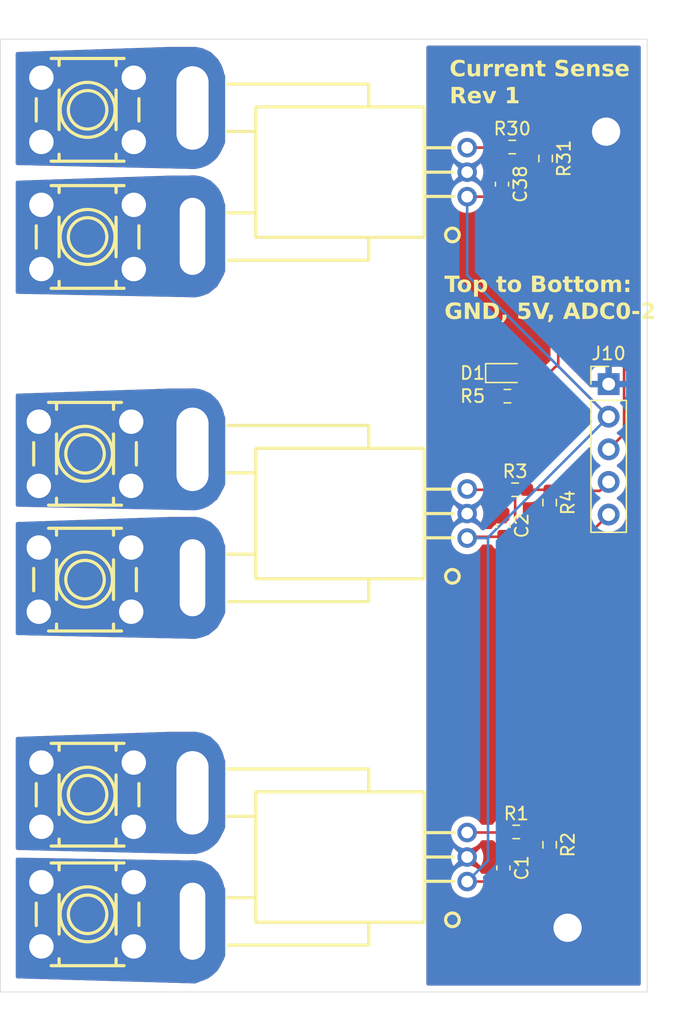
<source format=kicad_pcb>
(kicad_pcb (version 20241229) (generator "pcbnew") (generator_version "9.0")
  (layers (0 "F.Cu" signal) (2 "B.Cu" signal) (13 "F.Paste" user) (15 "B.Paste" user) (5 "F.SilkS" user "F.Silkscreen") (7 "B.SilkS" user "B.Silkscreen") (1 "F.Mask" user) (3 "B.Mask" user) (25 "Edge.Cuts" user))
  (net 0 "")
  (net 1 "GND")
  (net 2 "+5V")
  (net 3 "Net-(J1-Pin_1)")
  (net 4 "Net-(J2-Pin_1)")
  (net 5 "Net-(J3-Pin_1)")
  (net 6 "Net-(J4-Pin_1)")
  (net 7 "Net-(J7-Pin_1)")
  (net 8 "Net-(J8-Pin_1)")
  (net 9 "/ADC0")
  (net 10 "/ADC2")
  (net 11 "/ADC1")
  (net 12 "Net-(U1-VOUT)")
  (net 13 "Net-(U2-VOUT)")
  (net 14 "Net-(U8-VOUT)")
  (net 15 "Net-(D1-K)")
  (footprint "MountingHole:MountingHole_2.2mm_M2_Pad_TopBottom" (layer "F.Cu") (at 86.8 117.6)
    (property "Reference" "H5" (hide yes))
    (property "Value" "MountingHole_Pad")
    (pad "1" thru_hole circle (at 0 0) (size 2.6 2.6) (drill 2.2) (layers "*.Cu" "*.Mask") (net 1 "GND"))
    (pad "1" connect circle (at 0 0) (size 4.4 4.4) (layers "F.Cu" "F.Mask") (net 1 "GND"))
    (pad "1" connect circle (at 0 0) (size 4.4 4.4) (layers "B.Cu" "B.Mask") (net 1 "GND"))
  )
  (footprint "MountingHole:MountingHole_2.2mm_M2" (layer "F.Cu") (at 67.2 99.4)
    (property "Reference" "H2" (hide yes))
    (property "Value" "MountingHole")
    (pad "" np_thru_hole circle (at 0 0) (size 2.2 2.2) (drill 2.2) (layers "*.Cu" "*.Mask"))
  )
  (footprint "Resistor_SMD:R_0603_1608Metric_Pad0.98x0.95mm_HandSolder" (layer "F.Cu") (at 85.4 111.1375 -90)
    (property "Reference" "R2" (at 0 -1.43 90) (layer "F.SilkS"))
    (property "Value" "6.8k")
    (fp_line (start -0.254724 0.5225) (end 0.254724 0.5225) (stroke (width 0.12)) (layer "F.SilkS"))
    (fp_line (start -0.254724 -0.5225) (end 0.254724 -0.5225) (stroke (width 0.12)) (layer "F.SilkS"))
    (pad "1" smd roundrect (at -0.9125 0 270) (size 0.975 0.95) (layers "F.Cu" "F.Mask" "F.Paste") (net 10 "/ADC2"))
    (pad "2" smd roundrect (at 0.9125 0 270) (size 0.975 0.95) (layers "F.Cu" "F.Mask" "F.Paste") (net 1 "GND"))
  )
  (footprint "Capacitor_SMD:C_0603_1608Metric_Pad1.08x0.95mm_HandSolder" (layer "F.Cu") (at 81.8 86.2875 -90)
    (property "Reference" "C2" (at 0 -1.43 90) (layer "F.SilkS"))
    (property "Value" "100nF")
    (fp_line (start -0.146267 0.51) (end 0.146267 0.51) (stroke (width 0.12)) (layer "F.SilkS"))
    (fp_line (start -0.146267 -0.51) (end 0.146267 -0.51) (stroke (width 0.12)) (layer "F.SilkS"))
    (pad "1" smd roundrect (at -0.862501 0 270) (size 1.075 0.95) (layers "F.Cu" "F.Mask" "F.Paste") (net 1 "GND"))
    (pad "2" smd roundrect (at 0.862501 0 270) (size 1.075 0.95) (layers "F.Cu" "F.Mask" "F.Paste") (net 2 "+5V"))
  )
  (footprint "easyeda2kicad:CONN-TH_T44001" (layer "F.Cu") (at 49.2 80.6875 90)
    (property "Reference" "J4" (hide yes))
    (property "Value" "Screw_Terminal_01x01")
    (fp_line (start -0.87 -4) (end 0.87 -4) (stroke (width 0.25)) (layer "F.SilkS"))
    (fp_line (start 4 -2.84) (end 4 2.84) (stroke (width 0.25)) (layer "F.SilkS"))
    (fp_line (start 3.46 -2.220001) (end 4 -2.22) (stroke (width 0.25)) (layer "F.SilkS"))
    (fp_line (start -1.539999 -2.22) (end 1.539999 -2.22) (stroke (width 0.25)) (layer "F.SilkS"))
    (fp_line (start -4 -2.22) (end -3.46 -2.220001) (stroke (width 0.25)) (layer "F.SilkS"))
    (fp_line (start -1.539999 2.22) (end 1.539999 2.22) (stroke (width 0.25)) (layer "F.SilkS"))
    (fp_line (start -4 2.22) (end -3.46 2.220001) (stroke (width 0.25)) (layer "F.SilkS"))
    (fp_line (start 3.46 2.220001) (end 4 2.22) (stroke (width 0.25)) (layer "F.SilkS"))
    (fp_line (start -4 2.84) (end -4 -2.84) (stroke (width 0.25)) (layer "F.SilkS"))
    (fp_line (start 0.87 4) (end -0.87 4) (stroke (width 0.25)) (layer "F.SilkS"))
    (fp_circle (center 0 0) (end 2.140001 0) (stroke (width 0.25)) (fill no) (layer "F.SilkS"))
    (fp_circle (center 0 0) (end 1.5 0) (stroke (width 0.25)) (fill no) (layer "F.SilkS"))
    (pad "1" thru_hole circle (at -2.5 -3.599999 90) (size 2.9 2.9) (drill 1.900022) (layers "*.Cu" "*.Mask") (net 6 "Net-(J4-Pin_1)"))
    (pad "1" thru_hole circle (at -2.5 3.599999 90) (size 2.9 2.9) (drill 1.900022) (layers "*.Cu" "*.Mask") (net 6 "Net-(J4-Pin_1)"))
    (pad "1" thru_hole circle (at 2.5 -3.599999 90) (size 2.9 2.9) (drill 1.900022) (layers "*.Cu" "*.Mask") (net 6 "Net-(J4-Pin_1)"))
    (pad "1" thru_hole circle (at 2.5 3.599999 90) (size 2.9 2.9) (drill 1.900022) (layers "*.Cu" "*.Mask") (net 6 "Net-(J4-Pin_1)"))
  )
  (footprint "Capacitor_SMD:C_0603_1608Metric_Pad1.08x0.95mm_HandSolder" (layer "F.Cu") (at 81.8 112.9375 -90)
    (property "Reference" "C1" (at 0 -1.43 90) (layer "F.SilkS"))
    (property "Value" "100nF")
    (fp_line (start -0.146267 0.51) (end 0.146267 0.51) (stroke (width 0.12)) (layer "F.SilkS"))
    (fp_line (start -0.146267 -0.51) (end 0.146267 -0.51) (stroke (width 0.12)) (layer "F.SilkS"))
    (pad "1" smd roundrect (at -0.862501 0 270) (size 1.075 0.95) (layers "F.Cu" "F.Mask" "F.Paste") (net 1 "GND"))
    (pad "2" smd roundrect (at 0.862501 0 270) (size 1.075 0.95) (layers "F.Cu" "F.Mask" "F.Paste") (net 2 "+5V"))
  )
  (footprint "Resistor_SMD:R_0603_1608Metric_Pad0.98x0.95mm_HandSolder" (layer "F.Cu") (at 85.4 84.4875 -90)
    (property "Reference" "R4" (at 0 -1.43 90) (layer "F.SilkS"))
    (property "Value" "6.8k")
    (fp_line (start -0.254724 0.5225) (end 0.254724 0.5225) (stroke (width 0.12)) (layer "F.SilkS"))
    (fp_line (start -0.254724 -0.5225) (end 0.254724 -0.5225) (stroke (width 0.12)) (layer "F.SilkS"))
    (pad "1" smd roundrect (at -0.9125 0 270) (size 0.975 0.95) (layers "F.Cu" "F.Mask" "F.Paste") (net 11 "/ADC1"))
    (pad "2" smd roundrect (at 0.9125 0 270) (size 0.975 0.95) (layers "F.Cu" "F.Mask" "F.Paste") (net 1 "GND"))
  )
  (footprint "easyeda2kicad:SENSOR-TH_ACS758KCB-150B-PFF-T" (layer "F.Cu") (at 68.2744 58.7538 90)
    (property "Reference" "U8" (hide yes))
    (property "Value" "ACS758KCB-150B-PFF-T")
    (fp_line (start 3.17 -8.04) (end 3.17 -5.770001) (stroke (width 0.25)) (layer "F.SilkS"))
    (fp_line (start -3.17 -8.04) (end -3.17 -5.770001) (stroke (width 0.25)) (layer "F.SilkS"))
    (fp_line (start 6.86 -7.980001) (end 6.86 3.03) (stroke (width 0.25)) (layer "F.SilkS"))
    (fp_line (start -6.86 -7.92) (end -6.86 3.03) (stroke (width 0.25)) (layer "F.SilkS"))
    (fp_line (start 5.08 -5.770001) (end -5.08 -5.770001) (stroke (width 0.25)) (layer "F.SilkS"))
    (fp_line (start -5.08 -5.770001) (end -5.08 7.35) (stroke (width 0.25)) (layer "F.SilkS"))
    (fp_line (start 6.86 3.03) (end 5.08 3.03) (stroke (width 0.25)) (layer "F.SilkS"))
    (fp_line (start -6.86 3.03) (end -5.08 3.03) (stroke (width 0.25)) (layer "F.SilkS"))
    (fp_line (start 5.079999 7.23) (end 5.08 -5.770001) (stroke (width 0.25)) (layer "F.SilkS"))
    (fp_line (start 1.9 7.35) (end 1.9 9.680001) (stroke (width 0.25)) (layer "F.SilkS"))
    (fp_line (start 0 7.35) (end 0 9.61) (stroke (width 0.25)) (layer "F.SilkS"))
    (fp_line (start -1.89 7.35) (end -1.89 9.65) (stroke (width 0.25)) (layer "F.SilkS"))
    (fp_line (start -5.08 7.35) (end 5.08 7.35) (stroke (width 0.25)) (layer "F.SilkS"))
    (fp_circle (center -4.89 9.55) (end -4.36 9.55) (stroke (width 0.25)) (fill no) (layer "F.SilkS"))
    (pad "1" thru_hole circle (at -1.91 10.700001 90) (size 1.52 1.52) (drill 0.9144) (layers "*.Cu" "*.Mask") (net 2 "+5V"))
    (pad "2" thru_hole circle (at 0 10.700001 90) (size 1.52 1.52) (drill 0.9144) (layers "*.Cu" "*.Mask") (net 1 "GND"))
    (pad "3" thru_hole circle (at 1.91 10.700001 90) (size 1.52 1.52) (drill 0.9144) (layers "*.Cu" "*.Mask") (net 14 "Net-(U8-VOUT)"))
    (pad "4" thru_hole oval (at 4.999999 -10.7 90) (size 9.5 5) (drill oval 6.499987 2.50002) (layers "*.Cu" "*.Mask") (net 8 "Net-(J8-Pin_1)"))
    (pad "5" thru_hole oval (at -4.999999 -10.7 90) (size 9.5 5) (drill oval 6.000013 1.999996) (layers "*.Cu" "*.Mask") (net 7 "Net-(J7-Pin_1)"))
  )
  (footprint "MountingHole:MountingHole_2.2mm_M2" (layer "F.Cu") (at 67.2 72.2)
    (property "Reference" "H1" (hide yes))
    (property "Value" "MountingHole")
    (pad "" np_thru_hole circle (at 0 0) (size 2.2 2.2) (drill 2.2) (layers "*.Cu" "*.Mask"))
  )
  (footprint "Connector_PinHeader_2.54mm:PinHeader_1x05_P2.54mm_Vertical" (layer "F.Cu") (at 90 75.26)
    (property "Reference" "J10" (at 0 -2.38 0) (layer "F.SilkS"))
    (property "Value" "Conn_01x05_Pin")
    (fp_line (start -1.38 -1.38) (end 0 -1.379999) (stroke (width 0.12)) (layer "F.SilkS"))
    (fp_line (start -1.38 1.27) (end -1.38 11.54) (stroke (width 0.12)) (layer "F.SilkS"))
    (fp_line (start -1.38 1.27) (end 1.38 1.27) (stroke (width 0.12)) (layer "F.SilkS"))
    (fp_line (start -1.38 11.54) (end 1.38 11.54) (stroke (width 0.12)) (layer "F.SilkS"))
    (fp_line (start -1.379999 0) (end -1.38 -1.38) (stroke (width 0.12)) (layer "F.SilkS"))
    (fp_line (start 1.38 1.27) (end 1.38 11.54) (stroke (width 0.12)) (layer "F.SilkS"))
    (pad "1" thru_hole rect (at 0 0) (size 1.7 1.7) (drill 1) (layers "*.Cu" "*.Mask") (net 1 "GND"))
    (pad "2" thru_hole circle (at 0 2.54) (size 1.7 1.7) (drill 1) (layers "*.Cu" "*.Mask") (net 2 "+5V"))
    (pad "3" thru_hole circle (at 0 5.079999) (size 1.7 1.7) (drill 1) (layers "*.Cu" "*.Mask") (net 9 "/ADC0"))
    (pad "4" thru_hole circle (at 0 7.62) (size 1.7 1.7) (drill 1) (layers "*.Cu" "*.Mask") (net 11 "/ADC1"))
    (pad "5" thru_hole circle (at 0 10.16) (size 1.7 1.7) (drill 1) (layers "*.Cu" "*.Mask") (net 10 "/ADC2"))
  )
  (footprint "LED_SMD:LED_0603_1608Metric_Pad1.05x0.95mm_HandSolder" (layer "F.Cu") (at 82.075 74.4)
    (property "Reference" "D1" (at -2.675 0 0) (layer "F.SilkS"))
    (property "Value" "LED")
    (fp_line (start -1.66 -0.735) (end -1.66 0.735) (stroke (width 0.12)) (layer "F.SilkS"))
    (fp_line (start -1.66 0.735) (end 0.8 0.735) (stroke (width 0.12)) (layer "F.SilkS"))
    (fp_line (start 0.8 -0.735) (end -1.66 -0.735) (stroke (width 0.12)) (layer "F.SilkS"))
    (pad "1" smd roundrect (at -0.875 0) (size 1.05 0.95) (layers "F.Cu" "F.Mask" "F.Paste") (net 15 "Net-(D1-K)"))
    (pad "2" smd roundrect (at 0.875 0) (size 1.05 0.95) (layers "F.Cu" "F.Mask" "F.Paste") (net 2 "+5V"))
  )
  (footprint "easyeda2kicad:CONN-TH_T44001" (layer "F.Cu") (at 49.4 53.9 90)
    (property "Reference" "J8" (hide yes))
    (property "Value" "Screw_Terminal_01x01")
    (fp_line (start -0.87 -4) (end 0.87 -4) (stroke (width 0.25)) (layer "F.SilkS"))
    (fp_line (start 4 -2.84) (end 4 2.84) (stroke (width 0.25)) (layer "F.SilkS"))
    (fp_line (start 3.46 -2.220001) (end 4 -2.22) (stroke (width 0.25)) (layer "F.SilkS"))
    (fp_line (start -1.539999 -2.22) (end 1.539999 -2.22) (stroke (width 0.25)) (layer "F.SilkS"))
    (fp_line (start -4 -2.22) (end -3.46 -2.220001) (stroke (width 0.25)) (layer "F.SilkS"))
    (fp_line (start -1.539999 2.22) (end 1.539999 2.22) (stroke (width 0.25)) (layer "F.SilkS"))
    (fp_line (start -4 2.22) (end -3.46 2.220001) (stroke (width 0.25)) (layer "F.SilkS"))
    (fp_line (start 3.46 2.220001) (end 4 2.22) (stroke (width 0.25)) (layer "F.SilkS"))
    (fp_line (start -4 2.84) (end -4 -2.84) (stroke (width 0.25)) (layer "F.SilkS"))
    (fp_line (start 0.87 4) (end -0.87 4) (stroke (width 0.25)) (layer "F.SilkS"))
    (fp_circle (center 0 0) (end 2.140001 0) (stroke (width 0.25)) (fill no) (layer "F.SilkS"))
    (fp_circle (center 0 0) (end 1.5 0) (stroke (width 0.25)) (fill no) (layer "F.SilkS"))
    (pad "1" thru_hole circle (at -2.5 -3.599999 90) (size 2.9 2.9) (drill 1.900022) (layers "*.Cu" "*.Mask") (net 8 "Net-(J8-Pin_1)"))
    (pad "1" thru_hole circle (at -2.5 3.599999 90) (size 2.9 2.9) (drill 1.900022) (layers "*.Cu" "*.Mask") (net 8 "Net-(J8-Pin_1)"))
    (pad "1" thru_hole circle (at 2.5 -3.599999 90) (size 2.9 2.9) (drill 1.900022) (layers "*.Cu" "*.Mask") (net 8 "Net-(J8-Pin_1)"))
    (pad "1" thru_hole circle (at 2.5 3.599999 90) (size 2.9 2.9) (drill 1.900022) (layers "*.Cu" "*.Mask") (net 8 "Net-(J8-Pin_1)"))
  )
  (footprint "easyeda2kicad:CONN-TH_T44001" (layer "F.Cu") (at 49.4 63.8 90)
    (property "Reference" "J7" (hide yes))
    (property "Value" "Screw_Terminal_01x01")
    (fp_line (start -0.87 -4) (end 0.87 -4) (stroke (width 0.25)) (layer "F.SilkS"))
    (fp_line (start 4 -2.84) (end 4 2.84) (stroke (width 0.25)) (layer "F.SilkS"))
    (fp_line (start 3.46 -2.220001) (end 4 -2.22) (stroke (width 0.25)) (layer "F.SilkS"))
    (fp_line (start -1.539999 -2.22) (end 1.539999 -2.22) (stroke (width 0.25)) (layer "F.SilkS"))
    (fp_line (start -4 -2.22) (end -3.46 -2.220001) (stroke (width 0.25)) (layer "F.SilkS"))
    (fp_line (start -1.539999 2.22) (end 1.539999 2.22) (stroke (width 0.25)) (layer "F.SilkS"))
    (fp_line (start -4 2.22) (end -3.46 2.220001) (stroke (width 0.25)) (layer "F.SilkS"))
    (fp_line (start 3.46 2.220001) (end 4 2.22) (stroke (width 0.25)) (layer "F.SilkS"))
    (fp_line (start -4 2.84) (end -4 -2.84) (stroke (width 0.25)) (layer "F.SilkS"))
    (fp_line (start 0.87 4) (end -0.87 4) (stroke (width 0.25)) (layer "F.SilkS"))
    (fp_circle (center 0 0) (end 2.140001 0) (stroke (width 0.25)) (fill no) (layer "F.SilkS"))
    (fp_circle (center 0 0) (end 1.5 0) (stroke (width 0.25)) (fill no) (layer "F.SilkS"))
    (pad "1" thru_hole circle (at -2.5 -3.599999 90) (size 2.9 2.9) (drill 1.900022) (layers "*.Cu" "*.Mask") (net 7 "Net-(J7-Pin_1)"))
    (pad "1" thru_hole circle (at -2.5 3.599999 90) (size 2.9 2.9) (drill 1.900022) (layers "*.Cu" "*.Mask") (net 7 "Net-(J7-Pin_1)"))
    (pad "1" thru_hole circle (at 2.5 -3.599999 90) (size 2.9 2.9) (drill 1.900022) (layers "*.Cu" "*.Mask") (net 7 "Net-(J7-Pin_1)"))
    (pad "1" thru_hole circle (at 2.5 3.599999 90) (size 2.9 2.9) (drill 1.900022) (layers "*.Cu" "*.Mask") (net 7 "Net-(J7-Pin_1)"))
  )
  (footprint "Resistor_SMD:R_0603_1608Metric_Pad0.98x0.95mm_HandSolder" (layer "F.Cu") (at 82.1125 76.2)
    (property "Reference" "R5" (at -2.7125 0 0) (layer "F.SilkS"))
    (property "Value" "330")
    (fp_line (start -0.254724 -0.5225) (end 0.254724 -0.5225) (stroke (width 0.12)) (layer "F.SilkS"))
    (fp_line (start -0.254724 0.5225) (end 0.254724 0.5225) (stroke (width 0.12)) (layer "F.SilkS"))
    (pad "1" smd roundrect (at -0.9125 0) (size 0.975 0.95) (layers "F.Cu" "F.Mask" "F.Paste") (net 15 "Net-(D1-K)"))
    (pad "2" smd roundrect (at 0.9125 0) (size 0.975 0.95) (layers "F.Cu" "F.Mask" "F.Paste") (net 1 "GND"))
  )
  (footprint "Capacitor_SMD:C_0603_1608Metric_Pad1.08x0.95mm_HandSolder" (layer "F.Cu") (at 81.6875 59.6875 -90)
    (property "Reference" "C38" (at 0 -1.43 90) (layer "F.SilkS"))
    (property "Value" "100nF")
    (fp_line (start -0.146267 0.51) (end 0.146267 0.51) (stroke (width 0.12)) (layer "F.SilkS"))
    (fp_line (start -0.146267 -0.51) (end 0.146267 -0.51) (stroke (width 0.12)) (layer "F.SilkS"))
    (pad "1" smd roundrect (at -0.862501 0 270) (size 1.075 0.95) (layers "F.Cu" "F.Mask" "F.Paste") (net 1 "GND"))
    (pad "2" smd roundrect (at 0.862501 0 270) (size 1.075 0.95) (layers "F.Cu" "F.Mask" "F.Paste") (net 2 "+5V"))
  )
  (footprint "MountingHole:MountingHole_2.2mm_M2_Pad_TopBottom" (layer "F.Cu") (at 89.8 55.6)
    (property "Reference" "H3" (hide yes))
    (property "Value" "MountingHole_Pad")
    (pad "1" thru_hole circle (at 0 0) (size 2.6 2.6) (drill 2.2) (layers "*.Cu" "*.Mask") (net 1 "GND"))
    (pad "1" connect circle (at 0 0) (size 4.4 4.4) (layers "F.Cu" "F.Mask") (net 1 "GND"))
    (pad "1" connect circle (at 0 0) (size 4.4 4.4) (layers "B.Cu" "B.Mask") (net 1 "GND"))
  )
  (footprint "easyeda2kicad:CONN-TH_T44001" (layer "F.Cu") (at 49.2 90.4875 90)
    (property "Reference" "J3" (hide yes))
    (property "Value" "Screw_Terminal_01x01")
    (fp_line (start -0.87 -4) (end 0.87 -4) (stroke (width 0.25)) (layer "F.SilkS"))
    (fp_line (start 4 -2.84) (end 4 2.84) (stroke (width 0.25)) (layer "F.SilkS"))
    (fp_line (start 3.46 -2.220001) (end 4 -2.22) (stroke (width 0.25)) (layer "F.SilkS"))
    (fp_line (start -1.539999 -2.22) (end 1.539999 -2.22) (stroke (width 0.25)) (layer "F.SilkS"))
    (fp_line (start -4 -2.22) (end -3.46 -2.220001) (stroke (width 0.25)) (layer "F.SilkS"))
    (fp_line (start -1.539999 2.22) (end 1.539999 2.22) (stroke (width 0.25)) (layer "F.SilkS"))
    (fp_line (start -4 2.22) (end -3.46 2.220001) (stroke (width 0.25)) (layer "F.SilkS"))
    (fp_line (start 3.46 2.220001) (end 4 2.22) (stroke (width 0.25)) (layer "F.SilkS"))
    (fp_line (start -4 2.84) (end -4 -2.84) (stroke (width 0.25)) (layer "F.SilkS"))
    (fp_line (start 0.87 4) (end -0.87 4) (stroke (width 0.25)) (layer "F.SilkS"))
    (fp_circle (center 0 0) (end 2.140001 0) (stroke (width 0.25)) (fill no) (layer "F.SilkS"))
    (fp_circle (center 0 0) (end 1.5 0) (stroke (width 0.25)) (fill no) (layer "F.SilkS"))
    (pad "1" thru_hole circle (at -2.5 -3.599999 90) (size 2.9 2.9) (drill 1.900022) (layers "*.Cu" "*.Mask") (net 5 "Net-(J3-Pin_1)"))
    (pad "1" thru_hole circle (at -2.5 3.599999 90) (size 2.9 2.9) (drill 1.900022) (layers "*.Cu" "*.Mask") (net 5 "Net-(J3-Pin_1)"))
    (pad "1" thru_hole circle (at 2.5 -3.599999 90) (size 2.9 2.9) (drill 1.900022) (layers "*.Cu" "*.Mask") (net 5 "Net-(J3-Pin_1)"))
    (pad "1" thru_hole circle (at 2.5 3.599999 90) (size 2.9 2.9) (drill 1.900022) (layers "*.Cu" "*.Mask") (net 5 "Net-(J3-Pin_1)"))
  )
  (footprint "easyeda2kicad:SENSOR-TH_ACS758KCB-150B-PFF-T" (layer "F.Cu") (at 68.2744 85.3413 90)
    (property "Reference" "U2" (hide yes))
    (property "Value" "ACS758KCB-150B-PFF-T")
    (fp_line (start 3.17 -8.04) (end 3.17 -5.770001) (stroke (width 0.25)) (layer "F.SilkS"))
    (fp_line (start -3.17 -8.04) (end -3.17 -5.770001) (stroke (width 0.25)) (layer "F.SilkS"))
    (fp_line (start 6.86 -7.980001) (end 6.86 3.03) (stroke (width 0.25)) (layer "F.SilkS"))
    (fp_line (start -6.86 -7.92) (end -6.86 3.03) (stroke (width 0.25)) (layer "F.SilkS"))
    (fp_line (start 5.08 -5.770001) (end -5.08 -5.770001) (stroke (width 0.25)) (layer "F.SilkS"))
    (fp_line (start -5.08 -5.770001) (end -5.08 7.35) (stroke (width 0.25)) (layer "F.SilkS"))
    (fp_line (start 6.86 3.03) (end 5.08 3.03) (stroke (width 0.25)) (layer "F.SilkS"))
    (fp_line (start -6.86 3.03) (end -5.08 3.03) (stroke (width 0.25)) (layer "F.SilkS"))
    (fp_line (start 5.079999 7.23) (end 5.08 -5.770001) (stroke (width 0.25)) (layer "F.SilkS"))
    (fp_line (start 1.9 7.35) (end 1.9 9.680001) (stroke (width 0.25)) (layer "F.SilkS"))
    (fp_line (start 0 7.35) (end 0 9.61) (stroke (width 0.25)) (layer "F.SilkS"))
    (fp_line (start -1.89 7.35) (end -1.89 9.65) (stroke (width 0.25)) (layer "F.SilkS"))
    (fp_line (start -5.08 7.35) (end 5.08 7.35) (stroke (width 0.25)) (layer "F.SilkS"))
    (fp_circle (center -4.89 9.55) (end -4.36 9.55) (stroke (width 0.25)) (fill no) (layer "F.SilkS"))
    (pad "1" thru_hole circle (at -1.91 10.700001 90) (size 1.52 1.52) (drill 0.9144) (layers "*.Cu" "*.Mask") (net 2 "+5V"))
    (pad "2" thru_hole circle (at 0 10.700001 90) (size 1.52 1.52) (drill 0.9144) (layers "*.Cu" "*.Mask") (net 1 "GND"))
    (pad "3" thru_hole circle (at 1.91 10.700001 90) (size 1.52 1.52) (drill 0.9144) (layers "*.Cu" "*.Mask") (net 13 "Net-(U2-VOUT)"))
    (pad "4" thru_hole oval (at 4.999999 -10.7 90) (size 9.5 5) (drill oval 6.499987 2.50002) (layers "*.Cu" "*.Mask") (net 6 "Net-(J4-Pin_1)"))
    (pad "5" thru_hole oval (at -4.999999 -10.7 90) (size 9.5 5) (drill oval 6.000013 1.999996) (layers "*.Cu" "*.Mask") (net 5 "Net-(J3-Pin_1)"))
  )
  (footprint "Resistor_SMD:R_0603_1608Metric_Pad0.98x0.95mm_HandSolder" (layer "F.Cu") (at 85.0875 57.6875 -90)
    (property "Reference" "R31" (at 0 -1.43 90) (layer "F.SilkS"))
    (property "Value" "6.8k")
    (fp_line (start -0.254724 0.5225) (end 0.254724 0.5225) (stroke (width 0.12)) (layer "F.SilkS"))
    (fp_line (start -0.254724 -0.5225) (end 0.254724 -0.5225) (stroke (width 0.12)) (layer "F.SilkS"))
    (pad "1" smd roundrect (at -0.9125 0 270) (size 0.975 0.95) (layers "F.Cu" "F.Mask" "F.Paste") (net 9 "/ADC0"))
    (pad "2" smd roundrect (at 0.9125 0 270) (size 0.975 0.95) (layers "F.Cu" "F.Mask" "F.Paste") (net 1 "GND"))
  )
  (footprint "easyeda2kicad:CONN-TH_T44001" (layer "F.Cu") (at 49.4 116.5525 90)
    (property "Reference" "J1" (hide yes))
    (property "Value" "Screw_Terminal_01x01")
    (fp_line (start -0.87 -4) (end 0.87 -4) (stroke (width 0.25)) (layer "F.SilkS"))
    (fp_line (start 4 -2.84) (end 4 2.84) (stroke (width 0.25)) (layer "F.SilkS"))
    (fp_line (start 3.46 -2.220001) (end 4 -2.22) (stroke (width 0.25)) (layer "F.SilkS"))
    (fp_line (start -1.539999 -2.22) (end 1.539999 -2.22) (stroke (width 0.25)) (layer "F.SilkS"))
    (fp_line (start -4 -2.22) (end -3.46 -2.220001) (stroke (width 0.25)) (layer "F.SilkS"))
    (fp_line (start -1.539999 2.22) (end 1.539999 2.22) (stroke (width 0.25)) (layer "F.SilkS"))
    (fp_line (start -4 2.22) (end -3.46 2.220001) (stroke (width 0.25)) (layer "F.SilkS"))
    (fp_line (start 3.46 2.220001) (end 4 2.22) (stroke (width 0.25)) (layer "F.SilkS"))
    (fp_line (start -4 2.84) (end -4 -2.84) (stroke (width 0.25)) (layer "F.SilkS"))
    (fp_line (start 0.87 4) (end -0.87 4) (stroke (width 0.25)) (layer "F.SilkS"))
    (fp_circle (center 0 0) (end 2.140001 0) (stroke (width 0.25)) (fill no) (layer "F.SilkS"))
    (fp_circle (center 0 0) (end 1.5 0) (stroke (width 0.25)) (fill no) (layer "F.SilkS"))
    (pad "1" thru_hole circle (at -2.5 -3.599999 90) (size 2.9 2.9) (drill 1.900022) (layers "*.Cu" "*.Mask") (net 3 "Net-(J1-Pin_1)"))
    (pad "1" thru_hole circle (at -2.5 3.599999 90) (size 2.9 2.9) (drill 1.900022) (layers "*.Cu" "*.Mask") (net 3 "Net-(J1-Pin_1)"))
    (pad "1" thru_hole circle (at 2.5 -3.599999 90) (size 2.9 2.9) (drill 1.900022) (layers "*.Cu" "*.Mask") (net 3 "Net-(J1-Pin_1)"))
    (pad "1" thru_hole circle (at 2.5 3.599999 90) (size 2.9 2.9) (drill 1.900022) (layers "*.Cu" "*.Mask") (net 3 "Net-(J1-Pin_1)"))
  )
  (footprint "easyeda2kicad:SENSOR-TH_ACS758KCB-150B-PFF-T" (layer "F.Cu") (at 68.2744 112.0913 90)
    (property "Reference" "U1" (hide yes))
    (property "Value" "ACS758KCB-150B-PFF-T")
    (fp_line (start 3.17 -8.04) (end 3.17 -5.770001) (stroke (width 0.25)) (layer "F.SilkS"))
    (fp_line (start -3.17 -8.04) (end -3.17 -5.770001) (stroke (width 0.25)) (layer "F.SilkS"))
    (fp_line (start 6.86 -7.980001) (end 6.86 3.03) (stroke (width 0.25)) (layer "F.SilkS"))
    (fp_line (start -6.86 -7.92) (end -6.86 3.03) (stroke (width 0.25)) (layer "F.SilkS"))
    (fp_line (start 5.08 -5.770001) (end -5.08 -5.770001) (stroke (width 0.25)) (layer "F.SilkS"))
    (fp_line (start -5.08 -5.770001) (end -5.08 7.35) (stroke (width 0.25)) (layer "F.SilkS"))
    (fp_line (start 6.86 3.03) (end 5.08 3.03) (stroke (width 0.25)) (layer "F.SilkS"))
    (fp_line (start -6.86 3.03) (end -5.08 3.03) (stroke (width 0.25)) (layer "F.SilkS"))
    (fp_line (start 5.079999 7.23) (end 5.08 -5.770001) (stroke (width 0.25)) (layer "F.SilkS"))
    (fp_line (start 1.9 7.35) (end 1.9 9.680001) (stroke (width 0.25)) (layer "F.SilkS"))
    (fp_line (start 0 7.35) (end 0 9.61) (stroke (width 0.25)) (layer "F.SilkS"))
    (fp_line (start -1.89 7.35) (end -1.89 9.65) (stroke (width 0.25)) (layer "F.SilkS"))
    (fp_line (start -5.08 7.35) (end 5.08 7.35) (stroke (width 0.25)) (layer "F.SilkS"))
    (fp_circle (center -4.89 9.55) (end -4.36 9.55) (stroke (width 0.25)) (fill no) (layer "F.SilkS"))
    (pad "1" thru_hole circle (at -1.91 10.700001 90) (size 1.52 1.52) (drill 0.9144) (layers "*.Cu" "*.Mask") (net 2 "+5V"))
    (pad "2" thru_hole circle (at 0 10.700001 90) (size 1.52 1.52) (drill 0.9144) (layers "*.Cu" "*.Mask") (net 1 "GND"))
    (pad "3" thru_hole circle (at 1.91 10.700001 90) (size 1.52 1.52) (drill 0.9144) (layers "*.Cu" "*.Mask") (net 12 "Net-(U1-VOUT)"))
    (pad "4" thru_hole oval (at 4.999999 -10.7 90) (size 9.5 5) (drill oval 6.499987 2.50002) (layers "*.Cu" "*.Mask") (net 4 "Net-(J2-Pin_1)"))
    (pad "5" thru_hole oval (at -4.999999 -10.7 90) (size 9.5 5) (drill oval 6.000013 1.999996) (layers "*.Cu" "*.Mask") (net 3 "Net-(J1-Pin_1)"))
  )
  (footprint "Resistor_SMD:R_0603_1608Metric_Pad0.98x0.95mm_HandSolder" (layer "F.Cu") (at 82.8 110.1375)
    (property "Reference" "R1" (at 0 -1.43 0) (layer "F.SilkS"))
    (property "Value" "10k")
    (fp_line (start -0.254724 -0.5225) (end 0.254724 -0.5225) (stroke (width 0.12)) (layer "F.SilkS"))
    (fp_line (start -0.254724 0.5225) (end 0.254724 0.5225) (stroke (width 0.12)) (layer "F.SilkS"))
    (pad "1" smd roundrect (at -0.9125 0) (size 0.975 0.95) (layers "F.Cu" "F.Mask" "F.Paste") (net 12 "Net-(U1-VOUT)"))
    (pad "2" smd roundrect (at 0.9125 0) (size 0.975 0.95) (layers "F.Cu" "F.Mask" "F.Paste") (net 10 "/ADC2"))
  )
  (footprint "Resistor_SMD:R_0603_1608Metric_Pad0.98x0.95mm_HandSolder" (layer "F.Cu") (at 82.4875 56.8)
    (property "Reference" "R30" (at 0 -1.43 0) (layer "F.SilkS"))
    (property "Value" "10k")
    (fp_line (start -0.254724 -0.5225) (end 0.254724 -0.5225) (stroke (width 0.12)) (layer "F.SilkS"))
    (fp_line (start -0.254724 0.5225) (end 0.254724 0.5225) (stroke (width 0.12)) (layer "F.SilkS"))
    (pad "1" smd roundrect (at -0.9125 0) (size 0.975 0.95) (layers "F.Cu" "F.Mask" "F.Paste") (net 14 "Net-(U8-VOUT)"))
    (pad "2" smd roundrect (at 0.9125 0) (size 0.975 0.95) (layers "F.Cu" "F.Mask" "F.Paste") (net 9 "/ADC0"))
  )
  (footprint "easyeda2kicad:CONN-TH_T44001" (layer "F.Cu") (at 49.4 107.2375 90)
    (property "Reference" "J2" (hide yes))
    (property "Value" "Screw_Terminal_01x01")
    (fp_line (start -0.87 -4) (end 0.87 -4) (stroke (width 0.25)) (layer "F.SilkS"))
    (fp_line (start 4 -2.84) (end 4 2.84) (stroke (width 0.25)) (layer "F.SilkS"))
    (fp_line (start 3.46 -2.220001) (end 4 -2.22) (stroke (width 0.25)) (layer "F.SilkS"))
    (fp_line (start -1.539999 -2.22) (end 1.539999 -2.22) (stroke (width 0.25)) (layer "F.SilkS"))
    (fp_line (start -4 -2.22) (end -3.46 -2.220001) (stroke (width 0.25)) (layer "F.SilkS"))
    (fp_line (start -1.539999 2.22) (end 1.539999 2.22) (stroke (width 0.25)) (layer "F.SilkS"))
    (fp_line (start -4 2.22) (end -3.46 2.220001) (stroke (width 0.25)) (layer "F.SilkS"))
    (fp_line (start 3.46 2.220001) (end 4 2.22) (stroke (width 0.25)) (layer "F.SilkS"))
    (fp_line (start -4 2.84) (end -4 -2.84) (stroke (width 0.25)) (layer "F.SilkS"))
    (fp_line (start 0.87 4) (end -0.87 4) (stroke (width 0.25)) (layer "F.SilkS"))
    (fp_circle (center 0 0) (end 2.140001 0) (stroke (width 0.25)) (fill no) (layer "F.SilkS"))
    (fp_circle (center 0 0) (end 1.5 0) (stroke (width 0.25)) (fill no) (layer "F.SilkS"))
    (pad "1" thru_hole circle (at -2.5 -3.599999 90) (size 2.9 2.9) (drill 1.900022) (layers "*.Cu" "*.Mask") (net 4 "Net-(J2-Pin_1)"))
    (pad "1" thru_hole circle (at -2.5 3.599999 90) (size 2.9 2.9) (drill 1.900022) (layers "*.Cu" "*.Mask") (net 4 "Net-(J2-Pin_1)"))
    (pad "1" thru_hole circle (at 2.5 -3.599999 90) (size 2.9 2.9) (drill 1.900022) (layers "*.Cu" "*.Mask") (net 4 "Net-(J2-Pin_1)"))
    (pad "1" thru_hole circle (at 2.5 3.599999 90) (size 2.9 2.9) (drill 1.900022) (layers "*.Cu" "*.Mask") (net 4 "Net-(J2-Pin_1)"))
  )
  (footprint "Resistor_SMD:R_0603_1608Metric_Pad0.98x0.95mm_HandSolder" (layer "F.Cu") (at 82.7125 83.4875)
    (property "Reference" "R3" (at 0 -1.43 0) (layer "F.SilkS"))
    (property "Value" "10k")
    (fp_line (start -0.254724 -0.5225) (end 0.254724 -0.5225) (stroke (width 0.12)) (layer "F.SilkS"))
    (fp_line (start -0.254724 0.5225) (end 0.254724 0.5225) (stroke (width 0.12)) (layer "F.SilkS"))
    (pad "1" smd roundrect (at -0.9125 0) (size 0.975 0.95) (layers "F.Cu" "F.Mask" "F.Paste") (net 13 "Net-(U2-VOUT)"))
    (pad "2" smd roundrect (at 0.9125 0) (size 0.975 0.95) (layers "F.Cu" "F.Mask" "F.Paste") (net 11 "/ADC1"))
  )
  (gr_rect (start 42.6 48.4) (end 93 122.6) (stroke (width 0.05)) (fill no) (layer "Edge.Cuts"))
  (gr_text "Current Sense\nRev 1" (at 77.6 53.6 0) (layer "F.SilkS") (effects (font (size 1.25 1.25) (thickness 0.3) (bold yes)) (justify left bottom)))
  (gr_text "Top to Bottom:\nGND, 5V, ADC0-2" (at 77.2 70.4 0) (layer "F.SilkS") (effects (font (size 1.25 1.25) (thickness 0.3) (bold yes)) (justify left bottom)))
  (segment (start 81.8 111.5317) (end 81.8 112.075) (width 0.2) (layer "F.Cu") (net 1))
  (segment (start 79.0757 87.15) (end 78.9744 87.2513) (width 0.2) (layer "F.Cu") (net 2))
  (segment (start 85.8863 73.8725) (end 86.0725 73.8725) (width 0.2) (layer "F.Cu") (net 2))
  (segment (start 81.8 87.15) (end 82.6864 88.0364) (width 0.2) (layer "F.Cu") (net 2))
  (segment (start 82.7125 81.4607) (end 84.9054 79.2678) (width 0.2) (layer "F.Cu") (net 2))
  (segment (start 90 77.8) (end 86.0725 73.8725) (width 0.2) (layer "F.Cu") (net 2))
  (segment (start 84.9054 79.2678) (end 84.9054 74.8534) (width 0.2) (layer "F.Cu") (net 2))
  (segment (start 86.0725 73.8725) (end 86.0725 73.45) (width 0.2) (layer "F.Cu") (net 2))
  (segment (start 86.0725 64.935) (end 81.6875 60.55) (width 0.2) (layer "F.Cu") (net 2))
  (segment (start 82.6864 88.0364) (end 82.6864 112.9136) (width 0.2) (layer "F.Cu") (net 2))
  (segment (start 81.5987 114.0013) (end 81.8 113.8) (width 0.2) (layer "F.Cu") (net 2))
  (segment (start 82.7125 86.2375) (end 82.7125 81.4607) (width 0.2) (layer "F.Cu") (net 2))
  (segment (start 81.5737 60.6638) (end 81.6875 60.55) (width 0.2) (layer "F.Cu") (net 2))
  (segment (start 86.0725 73.45) (end 86.0725 64.935) (width 0.2) (layer "F.Cu") (net 2))
  (segment (start 84.452 74.4) (end 84.9054 74.8534) (width 0.2) (layer "F.Cu") (net 2))
  (segment (start 81.8 87.15) (end 79.0757 87.15) (width 0.2) (layer "F.Cu") (net 2))
  (segment (start 82.95 74.4) (end 84.452 74.4) (width 0.2) (layer "F.Cu") (net 2))
  (segment (start 81.8 87.15) (end 82.7125 86.2375) (width 0.2) (layer "F.Cu") (net 2))
  (segment (start 78.9744 114.0013) (end 81.5987 114.0013) (width 0.2) (layer "F.Cu") (net 2))
  (segment (start 82.6864 112.9136) (end 81.8 113.8) (width 0.2) (layer "F.Cu") (net 2))
  (segment (start 78.9744 60.6638) (end 81.5737 60.6638) (width 0.2) (layer "F.Cu") (net 2))
  (segment (start 84.9054 74.8534) (end 85.8863 73.8725) (width 0.2) (layer "F.Cu") (net 2))
  (segment (start 78.974401 87.2513) (end 80.5487 87.2513) (width 0.2) (layer "B.Cu") (net 2))
  (segment (start 78.974401 60.6638) (end 78.974401 66.774401) (width 0.2) (layer "B.Cu") (net 2))
  (segment (start 78.974401 66.774401) (end 90 77.8) (width 0.2) (layer "B.Cu") (net 2))
  (segment (start 80.6 87.2) (end 90 77.8) (width 0.2) (layer "B.Cu") (net 2))
  (segment (start 80.5487 87.2513) (end 80.6 87.2) (width 0.2) (layer "B.Cu") (net 2))
  (segment (start 80.6 112.375701) (end 80.6 87.2) (width 0.2) (layer "B.Cu") (net 2))
  (segment (start 78.974401 114.0013) (end 80.6 112.375701) (width 0.2) (layer "B.Cu") (net 2))
  (segment (start 91.2 70) (end 87 65.8) (width 0.2) (layer "F.Cu") (net 9))
  (segment (start 83.425 56.775) (end 85.0875 56.775) (width 0.2) (layer "F.Cu") (net 9))
  (segment (start 85.0875 56.775) (end 85.13125 56.775) (width 0.2) (layer "F.Cu") (net 9))
  (segment (start 91.2 79.14) (end 90 80.34) (width 0.2) (layer "F.Cu") (net 9))
  (segment (start 83.4 56.8) (end 83.425 56.775) (width 0.2) (layer "F.Cu") (net 9))
  (segment (start 91.2 79.14) (end 91.2 70) (width 0.2) (layer "F.Cu") (net 9))
  (segment (start 87 65.8) (end 87 58.6875) (width 0.2) (layer "F.Cu") (net 9))
  (segment (start 87 58.6875) (end 85.0875 56.775) (width 0.2) (layer "F.Cu") (net 9))
  (segment (start 91.2161 79.1239) (end 91.2 79.14) (width 0.2) (layer "F.Cu") (net 9))
  (segment (start 85.3125 110.1375) (end 85.4 110.225) (width 0.2) (layer "F.Cu") (net 10))
  (segment (start 83.7125 110.1375) (end 85.3125 110.1375) (width 0.2) (layer "F.Cu") (net 10))
  (segment (start 85.4 90.02) (end 90 85.42) (width 0.2) (layer "F.Cu") (net 10))
  (segment (start 85.4 110.225) (end 85.4 90.02) (width 0.2) (layer "F.Cu") (net 10))
  (segment (start 85.4 83.575) (end 89.305 83.575) (width 0.2) (layer "F.Cu") (net 11))
  (segment (start 83.625 83.4875) (end 85.3125 83.4875) (width 0.2) (layer "F.Cu") (net 11))
  (segment (start 85.3125 83.4875) (end 85.4 83.575) (width 0.2) (layer "F.Cu") (net 11))
  (segment (start 89.305 83.575) (end 90 82.88) (width 0.2) (layer "F.Cu") (net 11))
  (segment (start 81.8437 110.1813) (end 81.8875 110.1375) (width 0.2) (layer "F.Cu") (net 12))
  (segment (start 78.9744 110.1813) (end 81.8437 110.1813) (width 0.2) (layer "F.Cu") (net 12))
  (segment (start 81.8 83.4875) (end 79.0306 83.4875) (width 0.2) (layer "F.Cu") (net 13))
  (segment (start 79.0306 83.4875) (end 78.9744 83.4313) (width 0.2) (layer "F.Cu") (net 13))
  (segment (start 78.9744 56.8438) (end 81.5312 56.8438) (width 0.2) (layer "F.Cu") (net 14))
  (segment (start 81.5312 56.8438) (end 81.575 56.8) (width 0.2) (layer "F.Cu") (net 14))
  (segment (start 81.2 74.4) (end 81.2 76.2) (width 0.2) (layer "F.Cu") (net 15))
  (zone (net 7) (net_name "Net-(J7-Pin_1)") (layers "F.Cu" "B.Cu") (priority 2) (connect_pads yes (clearance 0.5)) (min_thickness 0.25) (fill yes (thermal_gap 0.5) (thermal_bridge_width 0.5) (smoothing fillet))
    (polygon (pts (xy 43.804887 59.422649) (xy 43.804887 68.222649) (xy 57.791826 68.501533) (xy 58.804887 68.222649) (xy 59.506257 67.652445) (xy 60.004887 66.761027) (xy 60.116799 66.468001) (xy 60.116799 61.268001) (xy 59.604887 60.022649) (xy 59.004887 59.422649) (xy 58.369286 59.130179) (xy 57.804887 59.022649) (xy 57.204887 59.022649) (xy 56.604887 59.022649) (xy 55.804887 59.022649)))
  )
  (zone (net 5) (net_name "Net-(J3-Pin_1)") (layers "F.Cu" "B.Cu") (priority 2) (connect_pads yes (clearance 0.5)) (min_thickness 0.25) (fill yes (thermal_gap 0.5) (thermal_bridge_width 0.5) (smoothing fillet))
    (polygon (pts (xy 43.808097 86.006111) (xy 43.808097 94.806111) (xy 57.806693 95.102013) (xy 58.808097 94.806111) (xy 59.509467 94.235907) (xy 60.008097 93.344489) (xy 60.120009 93.051463) (xy 60.120009 87.851463) (xy 59.608097 86.606111) (xy 59.008097 86.006111) (xy 58.372496 85.713641) (xy 57.808097 85.606111) (xy 57.208097 85.606111) (xy 56.608097 85.606111) (xy 55.808097 85.606111)))
  )
  (zone (net 3) (net_name "Net-(J1-Pin_1)") (layers "F.Cu" "B.Cu") (priority 2) (connect_pads yes (clearance 0.5)) (min_thickness 0.25) (fill yes (thermal_gap 0.5) (thermal_bridge_width 0.5) (smoothing fillet))
    (polygon (pts (xy 43.808097 112.137499) (xy 43.808097 121.537499) (xy 57.795203 121.937499) (xy 58.808097 121.537499) (xy 59.509467 120.967295) (xy 60.008097 120.075877) (xy 60.120009 119.782851) (xy 60.120009 114.582851) (xy 59.608097 113.337499) (xy 59.008097 112.737499) (xy 58.372496 112.445029) (xy 57.808097 112.337499) (xy 57.208097 112.337499) (xy 56.608097 112.337499) (xy 55.808097 112.337499)))
  )
  (zone (net 8) (net_name "Net-(J8-Pin_1)") (layers "F.Cu" "B.Cu") (priority 2) (connect_pads yes (clearance 0.5)) (min_thickness 0.25) (fill yes (thermal_gap 0.5) (thermal_bridge_width 0.5) (smoothing fillet))
    (polygon (pts (xy 43.8 49.4) (xy 43.8 58.2) (xy 57.775021 58.507081) (xy 58.8 58.2) (xy 59.50137 57.629796) (xy 60 56.738378) (xy 60.111912 56.445352) (xy 60.111912 51.245352) (xy 59.6 50) (xy 59 49.4) (xy 58.364399 49.10753) (xy 57.8 49) (xy 57.2 49) (xy 56.6 49) (xy 55.8 49)))
  )
  (zone (net 4) (net_name "Net-(J2-Pin_1)") (layers "F.Cu" "B.Cu") (priority 2) (connect_pads yes (clearance 0.5)) (min_thickness 0.25) (fill yes (thermal_gap 0.5) (thermal_bridge_width 0.5) (smoothing fillet))
    (polygon (pts (xy 43.805858 102.738593) (xy 43.805858 111.538593) (xy 57.816437 111.866167) (xy 58.805858 111.538593) (xy 59.507228 110.968389) (xy 60.005858 110.076971) (xy 60.11777 109.783945) (xy 60.11777 104.583945) (xy 59.605858 103.338593) (xy 59.005858 102.738593) (xy 58.370257 102.446123) (xy 57.805858 102.338593) (xy 57.205858 102.338593) (xy 56.605858 102.338593) (xy 55.805858 102.338593)))
  )
  (zone (net 6) (net_name "Net-(J4-Pin_1)") (layers "F.Cu" "B.Cu") (priority 2) (connect_pads yes (clearance 0.5)) (min_thickness 0.25) (fill yes (thermal_gap 0.5) (thermal_bridge_width 0.5) (smoothing fillet))
    (polygon (pts (xy 43.808097 76.006111) (xy 43.808097 84.806111) (xy 57.766759 85.088802) (xy 58.781955 84.790621) (xy 59.509467 84.235907) (xy 60.008097 83.344489) (xy 60.120009 83.051463) (xy 60.120009 77.851463) (xy 59.608097 76.606111) (xy 59.008097 76.006111) (xy 58.372496 75.713641) (xy 57.808097 75.606111) (xy 57.208097 75.606111) (xy 56.608097 75.606111) (xy 55.808097 75.606111)))
  )
  (zone (net 1) (net_name "GND") (layers "F.Cu" "B.Cu") (connect_pads thru_hole_only (clearance 0.5)) (min_thickness 0.25) (fill yes (thermal_gap 0.5) (thermal_bridge_width 0.5))
    (polygon (pts (xy 93 122.6) (xy 93 48.4) (xy 75.8 48.4) (xy 75.8 122.6)))
  )
)
</source>
